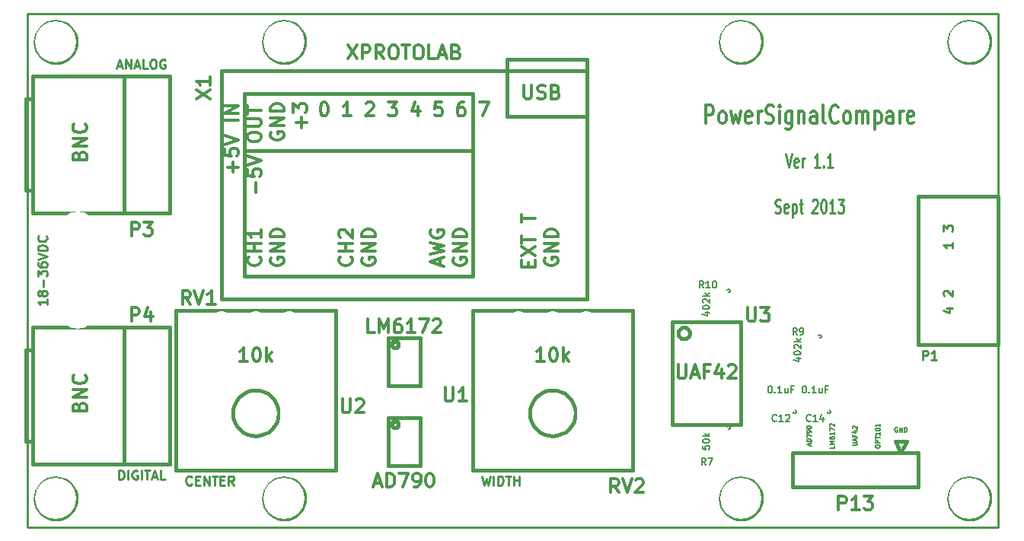
<source format=gto>
G04 (created by PCBNEW-RS274X (2011-05-25)-stable) date Thu 26 Sep 2013 02:57:48 PM EDT*
G01*
G70*
G90*
%MOIN*%
G04 Gerber Fmt 3.4, Leading zero omitted, Abs format*
%FSLAX34Y34*%
G04 APERTURE LIST*
%ADD10C,0.006000*%
%ADD11C,0.010000*%
%ADD12C,0.005000*%
%ADD13C,0.009000*%
%ADD14C,0.012000*%
%ADD15C,0.015000*%
%ADD16C,0.127000*%
%ADD17C,0.076000*%
%ADD18R,0.076000X0.076000*%
%ADD19C,0.180000*%
%ADD20C,0.080000*%
%ADD21R,0.080000X0.045000*%
%ADD22R,0.070000X0.120000*%
%ADD23R,0.120000X0.070000*%
%ADD24C,0.220000*%
%ADD25C,0.100000*%
%ADD26C,0.096000*%
%ADD27C,0.160000*%
%ADD28C,0.140000*%
%ADD29R,0.085000X0.085000*%
%ADD30C,0.085000*%
%ADD31C,0.093000*%
%ADD32R,0.093000X0.093000*%
%ADD33C,0.155000*%
G04 APERTURE END LIST*
G54D10*
G54D11*
X30362Y-43026D02*
X30362Y-43255D01*
X30362Y-43141D02*
X29962Y-43141D01*
X30019Y-43179D01*
X30057Y-43217D01*
X30076Y-43255D01*
X30133Y-42798D02*
X30114Y-42836D01*
X30095Y-42855D01*
X30057Y-42874D01*
X30038Y-42874D01*
X30000Y-42855D01*
X29981Y-42836D01*
X29962Y-42798D01*
X29962Y-42721D01*
X29981Y-42683D01*
X30000Y-42664D01*
X30038Y-42645D01*
X30057Y-42645D01*
X30095Y-42664D01*
X30114Y-42683D01*
X30133Y-42721D01*
X30133Y-42798D01*
X30152Y-42836D01*
X30171Y-42855D01*
X30210Y-42874D01*
X30286Y-42874D01*
X30324Y-42855D01*
X30343Y-42836D01*
X30362Y-42798D01*
X30362Y-42721D01*
X30343Y-42683D01*
X30324Y-42664D01*
X30286Y-42645D01*
X30210Y-42645D01*
X30171Y-42664D01*
X30152Y-42683D01*
X30133Y-42721D01*
X30210Y-42474D02*
X30210Y-42169D01*
X29962Y-42017D02*
X29962Y-41769D01*
X30114Y-41903D01*
X30114Y-41845D01*
X30133Y-41807D01*
X30152Y-41788D01*
X30190Y-41769D01*
X30286Y-41769D01*
X30324Y-41788D01*
X30343Y-41807D01*
X30362Y-41845D01*
X30362Y-41960D01*
X30343Y-41998D01*
X30324Y-42017D01*
X29962Y-41426D02*
X29962Y-41503D01*
X29981Y-41541D01*
X30000Y-41560D01*
X30057Y-41598D01*
X30133Y-41617D01*
X30286Y-41617D01*
X30324Y-41598D01*
X30343Y-41579D01*
X30362Y-41541D01*
X30362Y-41464D01*
X30343Y-41426D01*
X30324Y-41407D01*
X30286Y-41388D01*
X30190Y-41388D01*
X30152Y-41407D01*
X30133Y-41426D01*
X30114Y-41464D01*
X30114Y-41541D01*
X30133Y-41579D01*
X30152Y-41598D01*
X30190Y-41617D01*
X29962Y-41274D02*
X30362Y-41141D01*
X29962Y-41007D01*
X30362Y-40874D02*
X29962Y-40874D01*
X29962Y-40779D01*
X29981Y-40721D01*
X30019Y-40683D01*
X30057Y-40664D01*
X30133Y-40645D01*
X30190Y-40645D01*
X30267Y-40664D01*
X30305Y-40683D01*
X30343Y-40721D01*
X30362Y-40779D01*
X30362Y-40874D01*
X30324Y-40245D02*
X30343Y-40264D01*
X30362Y-40321D01*
X30362Y-40359D01*
X30343Y-40417D01*
X30305Y-40455D01*
X30267Y-40474D01*
X30190Y-40493D01*
X30133Y-40493D01*
X30057Y-40474D01*
X30019Y-40455D01*
X29981Y-40417D01*
X29962Y-40359D01*
X29962Y-40321D01*
X29981Y-40264D01*
X30000Y-40245D01*
X33519Y-50912D02*
X33519Y-50512D01*
X33614Y-50512D01*
X33672Y-50531D01*
X33710Y-50569D01*
X33729Y-50607D01*
X33748Y-50683D01*
X33748Y-50740D01*
X33729Y-50817D01*
X33710Y-50855D01*
X33672Y-50893D01*
X33614Y-50912D01*
X33519Y-50912D01*
X33919Y-50912D02*
X33919Y-50512D01*
X34319Y-50531D02*
X34281Y-50512D01*
X34224Y-50512D01*
X34166Y-50531D01*
X34128Y-50569D01*
X34109Y-50607D01*
X34090Y-50683D01*
X34090Y-50740D01*
X34109Y-50817D01*
X34128Y-50855D01*
X34166Y-50893D01*
X34224Y-50912D01*
X34262Y-50912D01*
X34319Y-50893D01*
X34338Y-50874D01*
X34338Y-50740D01*
X34262Y-50740D01*
X34509Y-50912D02*
X34509Y-50512D01*
X34642Y-50512D02*
X34871Y-50512D01*
X34756Y-50912D02*
X34756Y-50512D01*
X34985Y-50798D02*
X35176Y-50798D01*
X34947Y-50912D02*
X35080Y-50512D01*
X35214Y-50912D01*
X35538Y-50912D02*
X35347Y-50912D01*
X35347Y-50512D01*
X33452Y-32798D02*
X33643Y-32798D01*
X33414Y-32912D02*
X33547Y-32512D01*
X33681Y-32912D01*
X33814Y-32912D02*
X33814Y-32512D01*
X34043Y-32912D01*
X34043Y-32512D01*
X34214Y-32798D02*
X34405Y-32798D01*
X34176Y-32912D02*
X34309Y-32512D01*
X34443Y-32912D01*
X34767Y-32912D02*
X34576Y-32912D01*
X34576Y-32512D01*
X34976Y-32512D02*
X35053Y-32512D01*
X35091Y-32531D01*
X35129Y-32569D01*
X35148Y-32645D01*
X35148Y-32779D01*
X35129Y-32855D01*
X35091Y-32893D01*
X35053Y-32912D01*
X34976Y-32912D01*
X34938Y-32893D01*
X34900Y-32855D01*
X34881Y-32779D01*
X34881Y-32645D01*
X34900Y-32569D01*
X34938Y-32531D01*
X34976Y-32512D01*
X35529Y-32531D02*
X35491Y-32512D01*
X35434Y-32512D01*
X35376Y-32531D01*
X35338Y-32569D01*
X35319Y-32607D01*
X35300Y-32683D01*
X35300Y-32740D01*
X35319Y-32817D01*
X35338Y-32855D01*
X35376Y-32893D01*
X35434Y-32912D01*
X35472Y-32912D01*
X35529Y-32893D01*
X35548Y-32874D01*
X35548Y-32740D01*
X35472Y-32740D01*
X49422Y-50762D02*
X49517Y-51162D01*
X49594Y-50876D01*
X49670Y-51162D01*
X49765Y-50762D01*
X49917Y-51162D02*
X49917Y-50762D01*
X50107Y-51162D02*
X50107Y-50762D01*
X50202Y-50762D01*
X50260Y-50781D01*
X50298Y-50819D01*
X50317Y-50857D01*
X50336Y-50933D01*
X50336Y-50990D01*
X50317Y-51067D01*
X50298Y-51105D01*
X50260Y-51143D01*
X50202Y-51162D01*
X50107Y-51162D01*
X50450Y-50762D02*
X50679Y-50762D01*
X50564Y-51162D02*
X50564Y-50762D01*
X50812Y-51162D02*
X50812Y-50762D01*
X50812Y-50952D02*
X51041Y-50952D01*
X51041Y-51162D02*
X51041Y-50762D01*
X36700Y-51124D02*
X36681Y-51143D01*
X36624Y-51162D01*
X36586Y-51162D01*
X36528Y-51143D01*
X36490Y-51105D01*
X36471Y-51067D01*
X36452Y-50990D01*
X36452Y-50933D01*
X36471Y-50857D01*
X36490Y-50819D01*
X36528Y-50781D01*
X36586Y-50762D01*
X36624Y-50762D01*
X36681Y-50781D01*
X36700Y-50800D01*
X36871Y-50952D02*
X37005Y-50952D01*
X37062Y-51162D02*
X36871Y-51162D01*
X36871Y-50762D01*
X37062Y-50762D01*
X37233Y-51162D02*
X37233Y-50762D01*
X37462Y-51162D01*
X37462Y-50762D01*
X37595Y-50762D02*
X37824Y-50762D01*
X37709Y-51162D02*
X37709Y-50762D01*
X37957Y-50952D02*
X38091Y-50952D01*
X38148Y-51162D02*
X37957Y-51162D01*
X37957Y-50762D01*
X38148Y-50762D01*
X38548Y-51162D02*
X38414Y-50971D01*
X38319Y-51162D02*
X38319Y-50762D01*
X38472Y-50762D01*
X38510Y-50781D01*
X38529Y-50800D01*
X38548Y-50838D01*
X38548Y-50895D01*
X38529Y-50933D01*
X38510Y-50952D01*
X38472Y-50971D01*
X38319Y-50971D01*
G54D12*
X67597Y-48640D02*
X67578Y-48631D01*
X67550Y-48631D01*
X67521Y-48640D01*
X67502Y-48660D01*
X67493Y-48679D01*
X67483Y-48717D01*
X67483Y-48745D01*
X67493Y-48783D01*
X67502Y-48802D01*
X67521Y-48821D01*
X67550Y-48831D01*
X67569Y-48831D01*
X67597Y-48821D01*
X67607Y-48812D01*
X67607Y-48745D01*
X67569Y-48745D01*
X67693Y-48831D02*
X67693Y-48631D01*
X67807Y-48831D01*
X67807Y-48631D01*
X67903Y-48831D02*
X67903Y-48631D01*
X67950Y-48631D01*
X67979Y-48640D01*
X67998Y-48660D01*
X68007Y-48679D01*
X68017Y-48717D01*
X68017Y-48745D01*
X68007Y-48783D01*
X67998Y-48802D01*
X67979Y-48821D01*
X67950Y-48831D01*
X67903Y-48831D01*
X66631Y-49480D02*
X66631Y-49442D01*
X66640Y-49423D01*
X66660Y-49404D01*
X66698Y-49395D01*
X66764Y-49395D01*
X66802Y-49404D01*
X66821Y-49423D01*
X66831Y-49442D01*
X66831Y-49480D01*
X66821Y-49499D01*
X66802Y-49518D01*
X66764Y-49528D01*
X66698Y-49528D01*
X66660Y-49518D01*
X66640Y-49499D01*
X66631Y-49480D01*
X66831Y-49308D02*
X66631Y-49308D01*
X66631Y-49232D01*
X66640Y-49213D01*
X66650Y-49204D01*
X66669Y-49194D01*
X66698Y-49194D01*
X66717Y-49204D01*
X66726Y-49213D01*
X66736Y-49232D01*
X66736Y-49308D01*
X66631Y-49137D02*
X66631Y-49023D01*
X66831Y-49080D02*
X66631Y-49080D01*
X66831Y-48852D02*
X66831Y-48966D01*
X66831Y-48909D02*
X66631Y-48909D01*
X66660Y-48928D01*
X66679Y-48947D01*
X66688Y-48966D01*
X66631Y-48728D02*
X66631Y-48709D01*
X66640Y-48690D01*
X66650Y-48681D01*
X66669Y-48671D01*
X66707Y-48662D01*
X66755Y-48662D01*
X66793Y-48671D01*
X66812Y-48681D01*
X66821Y-48690D01*
X66831Y-48709D01*
X66831Y-48728D01*
X66821Y-48747D01*
X66812Y-48757D01*
X66793Y-48766D01*
X66755Y-48776D01*
X66707Y-48776D01*
X66669Y-48766D01*
X66650Y-48757D01*
X66640Y-48747D01*
X66631Y-48728D01*
X66831Y-48472D02*
X66831Y-48586D01*
X66831Y-48529D02*
X66631Y-48529D01*
X66660Y-48548D01*
X66679Y-48567D01*
X66688Y-48586D01*
X65631Y-49418D02*
X65793Y-49418D01*
X65812Y-49409D01*
X65821Y-49399D01*
X65831Y-49380D01*
X65831Y-49342D01*
X65821Y-49323D01*
X65812Y-49314D01*
X65793Y-49304D01*
X65631Y-49304D01*
X65774Y-49218D02*
X65774Y-49123D01*
X65831Y-49237D02*
X65631Y-49170D01*
X65831Y-49104D01*
X65726Y-48971D02*
X65726Y-49037D01*
X65831Y-49037D02*
X65631Y-49037D01*
X65631Y-48942D01*
X65698Y-48781D02*
X65831Y-48781D01*
X65621Y-48828D02*
X65764Y-48876D01*
X65764Y-48752D01*
X65650Y-48686D02*
X65640Y-48676D01*
X65631Y-48657D01*
X65631Y-48610D01*
X65640Y-48591D01*
X65650Y-48581D01*
X65669Y-48572D01*
X65688Y-48572D01*
X65717Y-48581D01*
X65831Y-48695D01*
X65831Y-48572D01*
X63774Y-49432D02*
X63774Y-49337D01*
X63831Y-49451D02*
X63631Y-49384D01*
X63831Y-49318D01*
X63831Y-49251D02*
X63631Y-49251D01*
X63631Y-49204D01*
X63640Y-49175D01*
X63660Y-49156D01*
X63679Y-49147D01*
X63717Y-49137D01*
X63745Y-49137D01*
X63783Y-49147D01*
X63802Y-49156D01*
X63821Y-49175D01*
X63831Y-49204D01*
X63831Y-49251D01*
X63631Y-49070D02*
X63631Y-48937D01*
X63831Y-49023D01*
X63831Y-48852D02*
X63831Y-48814D01*
X63821Y-48795D01*
X63812Y-48785D01*
X63783Y-48766D01*
X63745Y-48757D01*
X63669Y-48757D01*
X63650Y-48766D01*
X63640Y-48776D01*
X63631Y-48795D01*
X63631Y-48833D01*
X63640Y-48852D01*
X63650Y-48861D01*
X63669Y-48871D01*
X63717Y-48871D01*
X63736Y-48861D01*
X63745Y-48852D01*
X63755Y-48833D01*
X63755Y-48795D01*
X63745Y-48776D01*
X63736Y-48766D01*
X63717Y-48757D01*
X63631Y-48633D02*
X63631Y-48614D01*
X63640Y-48595D01*
X63650Y-48586D01*
X63669Y-48576D01*
X63707Y-48567D01*
X63755Y-48567D01*
X63793Y-48576D01*
X63812Y-48586D01*
X63821Y-48595D01*
X63831Y-48614D01*
X63831Y-48633D01*
X63821Y-48652D01*
X63812Y-48662D01*
X63793Y-48671D01*
X63755Y-48681D01*
X63707Y-48681D01*
X63669Y-48671D01*
X63650Y-48662D01*
X63640Y-48652D01*
X63631Y-48633D01*
X64831Y-49432D02*
X64831Y-49527D01*
X64631Y-49527D01*
X64831Y-49365D02*
X64631Y-49365D01*
X64774Y-49299D01*
X64631Y-49232D01*
X64831Y-49232D01*
X64631Y-49051D02*
X64631Y-49089D01*
X64640Y-49108D01*
X64650Y-49117D01*
X64679Y-49136D01*
X64717Y-49146D01*
X64793Y-49146D01*
X64812Y-49136D01*
X64821Y-49127D01*
X64831Y-49108D01*
X64831Y-49070D01*
X64821Y-49051D01*
X64812Y-49041D01*
X64793Y-49032D01*
X64745Y-49032D01*
X64726Y-49041D01*
X64717Y-49051D01*
X64707Y-49070D01*
X64707Y-49108D01*
X64717Y-49127D01*
X64726Y-49136D01*
X64745Y-49146D01*
X64831Y-48842D02*
X64831Y-48956D01*
X64831Y-48899D02*
X64631Y-48899D01*
X64660Y-48918D01*
X64679Y-48937D01*
X64688Y-48956D01*
X64631Y-48775D02*
X64631Y-48642D01*
X64831Y-48728D01*
X64650Y-48576D02*
X64640Y-48566D01*
X64631Y-48547D01*
X64631Y-48500D01*
X64640Y-48481D01*
X64650Y-48471D01*
X64669Y-48462D01*
X64688Y-48462D01*
X64717Y-48471D01*
X64831Y-48585D01*
X64831Y-48462D01*
G54D13*
X29500Y-30500D02*
X29500Y-53000D01*
X72000Y-30500D02*
X29500Y-30500D01*
X72000Y-53000D02*
X72000Y-30500D01*
X29500Y-53000D02*
X72000Y-53000D01*
G54D11*
X62254Y-39214D02*
X62311Y-39243D01*
X62407Y-39243D01*
X62445Y-39214D01*
X62464Y-39186D01*
X62483Y-39129D01*
X62483Y-39071D01*
X62464Y-39014D01*
X62445Y-38986D01*
X62407Y-38957D01*
X62330Y-38929D01*
X62292Y-38900D01*
X62273Y-38871D01*
X62254Y-38814D01*
X62254Y-38757D01*
X62273Y-38700D01*
X62292Y-38671D01*
X62330Y-38643D01*
X62426Y-38643D01*
X62483Y-38671D01*
X62807Y-39214D02*
X62769Y-39243D01*
X62692Y-39243D01*
X62654Y-39214D01*
X62635Y-39157D01*
X62635Y-38929D01*
X62654Y-38871D01*
X62692Y-38843D01*
X62769Y-38843D01*
X62807Y-38871D01*
X62826Y-38929D01*
X62826Y-38986D01*
X62635Y-39043D01*
X62997Y-38843D02*
X62997Y-39443D01*
X62997Y-38871D02*
X63035Y-38843D01*
X63112Y-38843D01*
X63150Y-38871D01*
X63169Y-38900D01*
X63188Y-38957D01*
X63188Y-39129D01*
X63169Y-39186D01*
X63150Y-39214D01*
X63112Y-39243D01*
X63035Y-39243D01*
X62997Y-39214D01*
X63302Y-38843D02*
X63454Y-38843D01*
X63359Y-38643D02*
X63359Y-39157D01*
X63378Y-39214D01*
X63416Y-39243D01*
X63454Y-39243D01*
X63874Y-38700D02*
X63893Y-38671D01*
X63931Y-38643D01*
X64027Y-38643D01*
X64065Y-38671D01*
X64084Y-38700D01*
X64103Y-38757D01*
X64103Y-38814D01*
X64084Y-38900D01*
X63855Y-39243D01*
X64103Y-39243D01*
X64350Y-38643D02*
X64389Y-38643D01*
X64427Y-38671D01*
X64446Y-38700D01*
X64465Y-38757D01*
X64484Y-38871D01*
X64484Y-39014D01*
X64465Y-39129D01*
X64446Y-39186D01*
X64427Y-39214D01*
X64389Y-39243D01*
X64350Y-39243D01*
X64312Y-39214D01*
X64293Y-39186D01*
X64274Y-39129D01*
X64255Y-39014D01*
X64255Y-38871D01*
X64274Y-38757D01*
X64293Y-38700D01*
X64312Y-38671D01*
X64350Y-38643D01*
X64865Y-39243D02*
X64636Y-39243D01*
X64750Y-39243D02*
X64750Y-38643D01*
X64712Y-38729D01*
X64674Y-38786D01*
X64636Y-38814D01*
X64998Y-38643D02*
X65246Y-38643D01*
X65112Y-38871D01*
X65170Y-38871D01*
X65208Y-38900D01*
X65227Y-38929D01*
X65246Y-38986D01*
X65246Y-39129D01*
X65227Y-39186D01*
X65208Y-39214D01*
X65170Y-39243D01*
X65055Y-39243D01*
X65017Y-39214D01*
X64998Y-39186D01*
X62693Y-36643D02*
X62826Y-37243D01*
X62960Y-36643D01*
X63246Y-37214D02*
X63208Y-37243D01*
X63131Y-37243D01*
X63093Y-37214D01*
X63074Y-37157D01*
X63074Y-36929D01*
X63093Y-36871D01*
X63131Y-36843D01*
X63208Y-36843D01*
X63246Y-36871D01*
X63265Y-36929D01*
X63265Y-36986D01*
X63074Y-37043D01*
X63436Y-37243D02*
X63436Y-36843D01*
X63436Y-36957D02*
X63455Y-36900D01*
X63474Y-36871D01*
X63512Y-36843D01*
X63551Y-36843D01*
X64199Y-37243D02*
X63970Y-37243D01*
X64084Y-37243D02*
X64084Y-36643D01*
X64046Y-36729D01*
X64008Y-36786D01*
X63970Y-36814D01*
X64370Y-37186D02*
X64389Y-37214D01*
X64370Y-37243D01*
X64351Y-37214D01*
X64370Y-37186D01*
X64370Y-37243D01*
X64770Y-37243D02*
X64541Y-37243D01*
X64655Y-37243D02*
X64655Y-36643D01*
X64617Y-36729D01*
X64579Y-36786D01*
X64541Y-36814D01*
G54D14*
X59208Y-35324D02*
X59208Y-34524D01*
X59436Y-34524D01*
X59494Y-34562D01*
X59522Y-34600D01*
X59551Y-34676D01*
X59551Y-34790D01*
X59522Y-34867D01*
X59494Y-34905D01*
X59436Y-34943D01*
X59208Y-34943D01*
X59894Y-35324D02*
X59836Y-35286D01*
X59808Y-35248D01*
X59779Y-35171D01*
X59779Y-34943D01*
X59808Y-34867D01*
X59836Y-34829D01*
X59894Y-34790D01*
X59979Y-34790D01*
X60036Y-34829D01*
X60065Y-34867D01*
X60094Y-34943D01*
X60094Y-35171D01*
X60065Y-35248D01*
X60036Y-35286D01*
X59979Y-35324D01*
X59894Y-35324D01*
X60294Y-34790D02*
X60408Y-35324D01*
X60522Y-34943D01*
X60637Y-35324D01*
X60751Y-34790D01*
X61208Y-35286D02*
X61151Y-35324D01*
X61037Y-35324D01*
X60980Y-35286D01*
X60951Y-35210D01*
X60951Y-34905D01*
X60980Y-34829D01*
X61037Y-34790D01*
X61151Y-34790D01*
X61208Y-34829D01*
X61237Y-34905D01*
X61237Y-34981D01*
X60951Y-35057D01*
X61494Y-35324D02*
X61494Y-34790D01*
X61494Y-34943D02*
X61522Y-34867D01*
X61551Y-34829D01*
X61608Y-34790D01*
X61665Y-34790D01*
X61836Y-35286D02*
X61922Y-35324D01*
X62065Y-35324D01*
X62122Y-35286D01*
X62151Y-35248D01*
X62179Y-35171D01*
X62179Y-35095D01*
X62151Y-35019D01*
X62122Y-34981D01*
X62065Y-34943D01*
X61951Y-34905D01*
X61893Y-34867D01*
X61865Y-34829D01*
X61836Y-34752D01*
X61836Y-34676D01*
X61865Y-34600D01*
X61893Y-34562D01*
X61951Y-34524D01*
X62093Y-34524D01*
X62179Y-34562D01*
X62436Y-35324D02*
X62436Y-34790D01*
X62436Y-34524D02*
X62407Y-34562D01*
X62436Y-34600D01*
X62464Y-34562D01*
X62436Y-34524D01*
X62436Y-34600D01*
X62979Y-34790D02*
X62979Y-35438D01*
X62950Y-35514D01*
X62922Y-35552D01*
X62865Y-35590D01*
X62779Y-35590D01*
X62722Y-35552D01*
X62979Y-35286D02*
X62922Y-35324D01*
X62808Y-35324D01*
X62750Y-35286D01*
X62722Y-35248D01*
X62693Y-35171D01*
X62693Y-34943D01*
X62722Y-34867D01*
X62750Y-34829D01*
X62808Y-34790D01*
X62922Y-34790D01*
X62979Y-34829D01*
X63265Y-34790D02*
X63265Y-35324D01*
X63265Y-34867D02*
X63293Y-34829D01*
X63351Y-34790D01*
X63436Y-34790D01*
X63493Y-34829D01*
X63522Y-34905D01*
X63522Y-35324D01*
X64065Y-35324D02*
X64065Y-34905D01*
X64036Y-34829D01*
X63979Y-34790D01*
X63865Y-34790D01*
X63808Y-34829D01*
X64065Y-35286D02*
X64008Y-35324D01*
X63865Y-35324D01*
X63808Y-35286D01*
X63779Y-35210D01*
X63779Y-35133D01*
X63808Y-35057D01*
X63865Y-35019D01*
X64008Y-35019D01*
X64065Y-34981D01*
X64437Y-35324D02*
X64379Y-35286D01*
X64351Y-35210D01*
X64351Y-34524D01*
X65008Y-35248D02*
X64979Y-35286D01*
X64893Y-35324D01*
X64836Y-35324D01*
X64751Y-35286D01*
X64693Y-35210D01*
X64665Y-35133D01*
X64636Y-34981D01*
X64636Y-34867D01*
X64665Y-34714D01*
X64693Y-34638D01*
X64751Y-34562D01*
X64836Y-34524D01*
X64893Y-34524D01*
X64979Y-34562D01*
X65008Y-34600D01*
X65351Y-35324D02*
X65293Y-35286D01*
X65265Y-35248D01*
X65236Y-35171D01*
X65236Y-34943D01*
X65265Y-34867D01*
X65293Y-34829D01*
X65351Y-34790D01*
X65436Y-34790D01*
X65493Y-34829D01*
X65522Y-34867D01*
X65551Y-34943D01*
X65551Y-35171D01*
X65522Y-35248D01*
X65493Y-35286D01*
X65436Y-35324D01*
X65351Y-35324D01*
X65808Y-35324D02*
X65808Y-34790D01*
X65808Y-34867D02*
X65836Y-34829D01*
X65894Y-34790D01*
X65979Y-34790D01*
X66036Y-34829D01*
X66065Y-34905D01*
X66065Y-35324D01*
X66065Y-34905D02*
X66094Y-34829D01*
X66151Y-34790D01*
X66236Y-34790D01*
X66294Y-34829D01*
X66322Y-34905D01*
X66322Y-35324D01*
X66608Y-34790D02*
X66608Y-35590D01*
X66608Y-34829D02*
X66665Y-34790D01*
X66779Y-34790D01*
X66836Y-34829D01*
X66865Y-34867D01*
X66894Y-34943D01*
X66894Y-35171D01*
X66865Y-35248D01*
X66836Y-35286D01*
X66779Y-35324D01*
X66665Y-35324D01*
X66608Y-35286D01*
X67408Y-35324D02*
X67408Y-34905D01*
X67379Y-34829D01*
X67322Y-34790D01*
X67208Y-34790D01*
X67151Y-34829D01*
X67408Y-35286D02*
X67351Y-35324D01*
X67208Y-35324D01*
X67151Y-35286D01*
X67122Y-35210D01*
X67122Y-35133D01*
X67151Y-35057D01*
X67208Y-35019D01*
X67351Y-35019D01*
X67408Y-34981D01*
X67694Y-35324D02*
X67694Y-34790D01*
X67694Y-34943D02*
X67722Y-34867D01*
X67751Y-34829D01*
X67808Y-34790D01*
X67865Y-34790D01*
X68293Y-35286D02*
X68236Y-35324D01*
X68122Y-35324D01*
X68065Y-35286D01*
X68036Y-35210D01*
X68036Y-34905D01*
X68065Y-34829D01*
X68122Y-34790D01*
X68236Y-34790D01*
X68293Y-34829D01*
X68322Y-34905D01*
X68322Y-34981D01*
X68036Y-35057D01*
G54D15*
X72000Y-38500D02*
X68500Y-38500D01*
X68500Y-38500D02*
X68500Y-45000D01*
X68500Y-45000D02*
X72000Y-45000D01*
X72000Y-38500D02*
X72000Y-45000D01*
X31650Y-51750D02*
X31632Y-51924D01*
X31582Y-52092D01*
X31499Y-52248D01*
X31388Y-52384D01*
X31253Y-52496D01*
X31098Y-52579D01*
X30930Y-52631D01*
X30756Y-52649D01*
X30582Y-52634D01*
X30413Y-52584D01*
X30258Y-52503D01*
X30121Y-52393D01*
X30008Y-52258D01*
X29923Y-52104D01*
X29870Y-51937D01*
X29851Y-51762D01*
X29865Y-51588D01*
X29914Y-51419D01*
X29994Y-51263D01*
X30103Y-51125D01*
X30237Y-51011D01*
X30390Y-50926D01*
X30557Y-50871D01*
X30732Y-50851D01*
X30906Y-50864D01*
X31075Y-50911D01*
X31232Y-50991D01*
X31370Y-51099D01*
X31485Y-51232D01*
X31572Y-51384D01*
X31627Y-51551D01*
X31649Y-51725D01*
X31650Y-51750D01*
X41650Y-51750D02*
X41632Y-51924D01*
X41582Y-52092D01*
X41499Y-52248D01*
X41388Y-52384D01*
X41253Y-52496D01*
X41098Y-52579D01*
X40930Y-52631D01*
X40756Y-52649D01*
X40582Y-52634D01*
X40413Y-52584D01*
X40258Y-52503D01*
X40121Y-52393D01*
X40008Y-52258D01*
X39923Y-52104D01*
X39870Y-51937D01*
X39851Y-51762D01*
X39865Y-51588D01*
X39914Y-51419D01*
X39994Y-51263D01*
X40103Y-51125D01*
X40237Y-51011D01*
X40390Y-50926D01*
X40557Y-50871D01*
X40732Y-50851D01*
X40906Y-50864D01*
X41075Y-50911D01*
X41232Y-50991D01*
X41370Y-51099D01*
X41485Y-51232D01*
X41572Y-51384D01*
X41627Y-51551D01*
X41649Y-51725D01*
X41650Y-51750D01*
X31650Y-31750D02*
X31632Y-31924D01*
X31582Y-32092D01*
X31499Y-32248D01*
X31388Y-32384D01*
X31253Y-32496D01*
X31098Y-32579D01*
X30930Y-32631D01*
X30756Y-32649D01*
X30582Y-32634D01*
X30413Y-32584D01*
X30258Y-32503D01*
X30121Y-32393D01*
X30008Y-32258D01*
X29923Y-32104D01*
X29870Y-31937D01*
X29851Y-31762D01*
X29865Y-31588D01*
X29914Y-31419D01*
X29994Y-31263D01*
X30103Y-31125D01*
X30237Y-31011D01*
X30390Y-30926D01*
X30557Y-30871D01*
X30732Y-30851D01*
X30906Y-30864D01*
X31075Y-30911D01*
X31232Y-30991D01*
X31370Y-31099D01*
X31485Y-31232D01*
X31572Y-31384D01*
X31627Y-31551D01*
X31649Y-31725D01*
X31650Y-31750D01*
X61650Y-51750D02*
X61632Y-51924D01*
X61582Y-52092D01*
X61499Y-52248D01*
X61388Y-52384D01*
X61253Y-52496D01*
X61098Y-52579D01*
X60930Y-52631D01*
X60756Y-52649D01*
X60582Y-52634D01*
X60413Y-52584D01*
X60258Y-52503D01*
X60121Y-52393D01*
X60008Y-52258D01*
X59923Y-52104D01*
X59870Y-51937D01*
X59851Y-51762D01*
X59865Y-51588D01*
X59914Y-51419D01*
X59994Y-51263D01*
X60103Y-51125D01*
X60237Y-51011D01*
X60390Y-50926D01*
X60557Y-50871D01*
X60732Y-50851D01*
X60906Y-50864D01*
X61075Y-50911D01*
X61232Y-50991D01*
X61370Y-51099D01*
X61485Y-51232D01*
X61572Y-51384D01*
X61627Y-51551D01*
X61649Y-51725D01*
X61650Y-51750D01*
X71650Y-31750D02*
X71632Y-31924D01*
X71582Y-32092D01*
X71499Y-32248D01*
X71388Y-32384D01*
X71253Y-32496D01*
X71098Y-32579D01*
X70930Y-32631D01*
X70756Y-32649D01*
X70582Y-32634D01*
X70413Y-32584D01*
X70258Y-32503D01*
X70121Y-32393D01*
X70008Y-32258D01*
X69923Y-32104D01*
X69870Y-31937D01*
X69851Y-31762D01*
X69865Y-31588D01*
X69914Y-31419D01*
X69994Y-31263D01*
X70103Y-31125D01*
X70237Y-31011D01*
X70390Y-30926D01*
X70557Y-30871D01*
X70732Y-30851D01*
X70906Y-30864D01*
X71075Y-30911D01*
X71232Y-30991D01*
X71370Y-31099D01*
X71485Y-31232D01*
X71572Y-31384D01*
X71627Y-31551D01*
X71649Y-31725D01*
X71650Y-31750D01*
X71650Y-51750D02*
X71632Y-51924D01*
X71582Y-52092D01*
X71499Y-52248D01*
X71388Y-52384D01*
X71253Y-52496D01*
X71098Y-52579D01*
X70930Y-52631D01*
X70756Y-52649D01*
X70582Y-52634D01*
X70413Y-52584D01*
X70258Y-52503D01*
X70121Y-52393D01*
X70008Y-52258D01*
X69923Y-52104D01*
X69870Y-51937D01*
X69851Y-51762D01*
X69865Y-51588D01*
X69914Y-51419D01*
X69994Y-51263D01*
X70103Y-51125D01*
X70237Y-51011D01*
X70390Y-50926D01*
X70557Y-50871D01*
X70732Y-50851D01*
X70906Y-50864D01*
X71075Y-50911D01*
X71232Y-50991D01*
X71370Y-51099D01*
X71485Y-51232D01*
X71572Y-51384D01*
X71627Y-51551D01*
X71649Y-51725D01*
X71650Y-51750D01*
X49000Y-36500D02*
X39000Y-36500D01*
X49000Y-34000D02*
X39000Y-34000D01*
X39000Y-34000D02*
X39000Y-42000D01*
X39000Y-42000D02*
X49000Y-42000D01*
X49000Y-42000D02*
X49000Y-34000D01*
X50500Y-32500D02*
X54000Y-32500D01*
X54000Y-32500D02*
X54000Y-33000D01*
X50500Y-32500D02*
X50500Y-35000D01*
X50500Y-35000D02*
X54000Y-35000D01*
X38000Y-33000D02*
X38000Y-43000D01*
X38000Y-43000D02*
X54000Y-43000D01*
X54000Y-43000D02*
X54000Y-33000D01*
X54000Y-33000D02*
X38000Y-33000D01*
X58500Y-44500D02*
X58495Y-44548D01*
X58481Y-44595D01*
X58458Y-44638D01*
X58427Y-44676D01*
X58389Y-44707D01*
X58346Y-44730D01*
X58300Y-44744D01*
X58251Y-44749D01*
X58204Y-44745D01*
X58157Y-44731D01*
X58114Y-44709D01*
X58076Y-44678D01*
X58044Y-44641D01*
X58021Y-44598D01*
X58006Y-44551D01*
X58001Y-44503D01*
X58005Y-44455D01*
X58018Y-44408D01*
X58040Y-44365D01*
X58071Y-44327D01*
X58108Y-44295D01*
X58150Y-44271D01*
X58197Y-44256D01*
X58245Y-44251D01*
X58293Y-44254D01*
X58340Y-44267D01*
X58383Y-44289D01*
X58422Y-44319D01*
X58454Y-44356D01*
X58478Y-44399D01*
X58493Y-44445D01*
X58499Y-44494D01*
X58500Y-44500D01*
X57750Y-44000D02*
X57750Y-48500D01*
X57750Y-48500D02*
X60750Y-48500D01*
X60750Y-48500D02*
X60750Y-44000D01*
X60750Y-44000D02*
X57750Y-44000D01*
G54D12*
X60270Y-42650D02*
X60268Y-42663D01*
X60264Y-42676D01*
X60258Y-42688D01*
X60249Y-42699D01*
X60239Y-42708D01*
X60227Y-42714D01*
X60214Y-42718D01*
X60200Y-42719D01*
X60187Y-42718D01*
X60174Y-42714D01*
X60162Y-42708D01*
X60152Y-42700D01*
X60143Y-42689D01*
X60136Y-42677D01*
X60132Y-42664D01*
X60131Y-42650D01*
X60132Y-42638D01*
X60135Y-42625D01*
X60142Y-42613D01*
X60150Y-42602D01*
X60161Y-42593D01*
X60172Y-42586D01*
X60185Y-42582D01*
X60199Y-42581D01*
X60212Y-42582D01*
X60225Y-42585D01*
X60237Y-42591D01*
X60248Y-42600D01*
X60257Y-42610D01*
X60263Y-42622D01*
X60268Y-42635D01*
X60269Y-42649D01*
X60270Y-42650D01*
X59550Y-43800D02*
X60150Y-43800D01*
X60150Y-43800D02*
X60150Y-42700D01*
X60150Y-42700D02*
X59550Y-42700D01*
X58950Y-42700D02*
X58350Y-42700D01*
X58350Y-42700D02*
X58350Y-43800D01*
X58350Y-43800D02*
X58950Y-43800D01*
X64270Y-44650D02*
X64268Y-44663D01*
X64264Y-44676D01*
X64258Y-44688D01*
X64249Y-44699D01*
X64239Y-44708D01*
X64227Y-44714D01*
X64214Y-44718D01*
X64200Y-44719D01*
X64187Y-44718D01*
X64174Y-44714D01*
X64162Y-44708D01*
X64152Y-44700D01*
X64143Y-44689D01*
X64136Y-44677D01*
X64132Y-44664D01*
X64131Y-44650D01*
X64132Y-44638D01*
X64135Y-44625D01*
X64142Y-44613D01*
X64150Y-44602D01*
X64161Y-44593D01*
X64172Y-44586D01*
X64185Y-44582D01*
X64199Y-44581D01*
X64212Y-44582D01*
X64225Y-44585D01*
X64237Y-44591D01*
X64248Y-44600D01*
X64257Y-44610D01*
X64263Y-44622D01*
X64268Y-44635D01*
X64269Y-44649D01*
X64270Y-44650D01*
X63550Y-45800D02*
X64150Y-45800D01*
X64150Y-45800D02*
X64150Y-44700D01*
X64150Y-44700D02*
X63550Y-44700D01*
X62950Y-44700D02*
X62350Y-44700D01*
X62350Y-44700D02*
X62350Y-45800D01*
X62350Y-45800D02*
X62950Y-45800D01*
X60270Y-48650D02*
X60268Y-48663D01*
X60264Y-48676D01*
X60258Y-48688D01*
X60249Y-48699D01*
X60239Y-48708D01*
X60227Y-48714D01*
X60214Y-48718D01*
X60200Y-48719D01*
X60187Y-48718D01*
X60174Y-48714D01*
X60162Y-48708D01*
X60152Y-48700D01*
X60143Y-48689D01*
X60136Y-48677D01*
X60132Y-48664D01*
X60131Y-48650D01*
X60132Y-48638D01*
X60135Y-48625D01*
X60142Y-48613D01*
X60150Y-48602D01*
X60161Y-48593D01*
X60172Y-48586D01*
X60185Y-48582D01*
X60199Y-48581D01*
X60212Y-48582D01*
X60225Y-48585D01*
X60237Y-48591D01*
X60248Y-48600D01*
X60257Y-48610D01*
X60263Y-48622D01*
X60268Y-48635D01*
X60269Y-48649D01*
X60270Y-48650D01*
X59550Y-49800D02*
X60150Y-49800D01*
X60150Y-49800D02*
X60150Y-48700D01*
X60150Y-48700D02*
X59550Y-48700D01*
X58950Y-48700D02*
X58350Y-48700D01*
X58350Y-48700D02*
X58350Y-49800D01*
X58350Y-49800D02*
X58950Y-49800D01*
X64670Y-47950D02*
X64668Y-47963D01*
X64664Y-47976D01*
X64658Y-47988D01*
X64649Y-47999D01*
X64639Y-48008D01*
X64627Y-48014D01*
X64614Y-48018D01*
X64600Y-48019D01*
X64587Y-48018D01*
X64574Y-48014D01*
X64562Y-48008D01*
X64552Y-48000D01*
X64543Y-47989D01*
X64536Y-47977D01*
X64532Y-47964D01*
X64531Y-47950D01*
X64532Y-47938D01*
X64535Y-47925D01*
X64542Y-47913D01*
X64550Y-47902D01*
X64561Y-47893D01*
X64572Y-47886D01*
X64585Y-47882D01*
X64599Y-47881D01*
X64612Y-47882D01*
X64625Y-47885D01*
X64637Y-47891D01*
X64648Y-47900D01*
X64657Y-47910D01*
X64663Y-47922D01*
X64668Y-47935D01*
X64669Y-47949D01*
X64670Y-47950D01*
X63450Y-47300D02*
X63450Y-47900D01*
X63450Y-47900D02*
X64550Y-47900D01*
X64550Y-47900D02*
X64550Y-47300D01*
X64550Y-46700D02*
X64550Y-46100D01*
X64550Y-46100D02*
X63450Y-46100D01*
X63450Y-46100D02*
X63450Y-46700D01*
X63170Y-47950D02*
X63168Y-47963D01*
X63164Y-47976D01*
X63158Y-47988D01*
X63149Y-47999D01*
X63139Y-48008D01*
X63127Y-48014D01*
X63114Y-48018D01*
X63100Y-48019D01*
X63087Y-48018D01*
X63074Y-48014D01*
X63062Y-48008D01*
X63052Y-48000D01*
X63043Y-47989D01*
X63036Y-47977D01*
X63032Y-47964D01*
X63031Y-47950D01*
X63032Y-47938D01*
X63035Y-47925D01*
X63042Y-47913D01*
X63050Y-47902D01*
X63061Y-47893D01*
X63072Y-47886D01*
X63085Y-47882D01*
X63099Y-47881D01*
X63112Y-47882D01*
X63125Y-47885D01*
X63137Y-47891D01*
X63148Y-47900D01*
X63157Y-47910D01*
X63163Y-47922D01*
X63168Y-47935D01*
X63169Y-47949D01*
X63170Y-47950D01*
X61950Y-47300D02*
X61950Y-47900D01*
X61950Y-47900D02*
X63050Y-47900D01*
X63050Y-47900D02*
X63050Y-47300D01*
X63050Y-46700D02*
X63050Y-46100D01*
X63050Y-46100D02*
X61950Y-46100D01*
X61950Y-46100D02*
X61950Y-46700D01*
G54D15*
X40500Y-48000D02*
X40480Y-48194D01*
X40424Y-48381D01*
X40332Y-48553D01*
X40209Y-48704D01*
X40059Y-48829D01*
X39887Y-48921D01*
X39701Y-48979D01*
X39506Y-48999D01*
X39313Y-48982D01*
X39126Y-48927D01*
X38953Y-48836D01*
X38801Y-48714D01*
X38675Y-48564D01*
X38581Y-48393D01*
X38522Y-48207D01*
X38501Y-48013D01*
X38517Y-47820D01*
X38571Y-47632D01*
X38660Y-47459D01*
X38781Y-47306D01*
X38930Y-47179D01*
X39100Y-47084D01*
X39286Y-47024D01*
X39480Y-47001D01*
X39673Y-47016D01*
X39861Y-47068D01*
X40035Y-47156D01*
X40189Y-47276D01*
X40317Y-47424D01*
X40413Y-47594D01*
X40475Y-47779D01*
X40499Y-47973D01*
X40500Y-48000D01*
X43000Y-50500D02*
X36000Y-50500D01*
X36000Y-50500D02*
X36000Y-43500D01*
X36000Y-43500D02*
X43000Y-43500D01*
X43000Y-43500D02*
X43000Y-50500D01*
X53500Y-48000D02*
X53480Y-48194D01*
X53424Y-48381D01*
X53332Y-48553D01*
X53209Y-48704D01*
X53059Y-48829D01*
X52887Y-48921D01*
X52701Y-48979D01*
X52506Y-48999D01*
X52313Y-48982D01*
X52126Y-48927D01*
X51953Y-48836D01*
X51801Y-48714D01*
X51675Y-48564D01*
X51581Y-48393D01*
X51522Y-48207D01*
X51501Y-48013D01*
X51517Y-47820D01*
X51571Y-47632D01*
X51660Y-47459D01*
X51781Y-47306D01*
X51930Y-47179D01*
X52100Y-47084D01*
X52286Y-47024D01*
X52480Y-47001D01*
X52673Y-47016D01*
X52861Y-47068D01*
X53035Y-47156D01*
X53189Y-47276D01*
X53317Y-47424D01*
X53413Y-47594D01*
X53475Y-47779D01*
X53499Y-47973D01*
X53500Y-48000D01*
X56000Y-50500D02*
X49000Y-50500D01*
X49000Y-50500D02*
X49000Y-43500D01*
X49000Y-43500D02*
X56000Y-43500D01*
X56000Y-43500D02*
X56000Y-50500D01*
X41650Y-31750D02*
X41632Y-31924D01*
X41582Y-32092D01*
X41499Y-32248D01*
X41388Y-32384D01*
X41253Y-32496D01*
X41098Y-32579D01*
X40930Y-32631D01*
X40756Y-32649D01*
X40582Y-32634D01*
X40413Y-32584D01*
X40258Y-32503D01*
X40121Y-32393D01*
X40008Y-32258D01*
X39923Y-32104D01*
X39870Y-31937D01*
X39851Y-31762D01*
X39865Y-31588D01*
X39914Y-31419D01*
X39994Y-31263D01*
X40103Y-31125D01*
X40237Y-31011D01*
X40390Y-30926D01*
X40557Y-30871D01*
X40732Y-30851D01*
X40906Y-30864D01*
X41075Y-30911D01*
X41232Y-30991D01*
X41370Y-31099D01*
X41485Y-31232D01*
X41572Y-31384D01*
X41627Y-31551D01*
X41649Y-31725D01*
X41650Y-31750D01*
X29750Y-33250D02*
X35750Y-33250D01*
X29750Y-39250D02*
X35750Y-39250D01*
X29750Y-38250D02*
X29450Y-38250D01*
X29450Y-38250D02*
X29450Y-34250D01*
X29450Y-34250D02*
X29750Y-34250D01*
X33750Y-39250D02*
X33750Y-33250D01*
X29750Y-39250D02*
X29750Y-33250D01*
X35750Y-39250D02*
X35750Y-33250D01*
X29750Y-44250D02*
X35750Y-44250D01*
X29750Y-50250D02*
X35750Y-50250D01*
X29750Y-49250D02*
X29450Y-49250D01*
X29450Y-49250D02*
X29450Y-45250D01*
X29450Y-45250D02*
X29750Y-45250D01*
X33750Y-50250D02*
X33750Y-44250D01*
X29750Y-50250D02*
X29750Y-44250D01*
X35750Y-50250D02*
X35750Y-44250D01*
X63000Y-51250D02*
X68500Y-51250D01*
X63000Y-49750D02*
X68500Y-49750D01*
X67500Y-49250D02*
X67750Y-49750D01*
X67750Y-49750D02*
X68000Y-49250D01*
X68000Y-49250D02*
X67500Y-49250D01*
X63000Y-49750D02*
X63000Y-51250D01*
X68500Y-51250D02*
X68500Y-49750D01*
X61650Y-31750D02*
X61632Y-31924D01*
X61582Y-32092D01*
X61499Y-32248D01*
X61388Y-32384D01*
X61253Y-32496D01*
X61098Y-32579D01*
X60930Y-32631D01*
X60756Y-32649D01*
X60582Y-32634D01*
X60413Y-32584D01*
X60258Y-32503D01*
X60121Y-32393D01*
X60008Y-32258D01*
X59923Y-32104D01*
X59870Y-31937D01*
X59851Y-31762D01*
X59865Y-31588D01*
X59914Y-31419D01*
X59994Y-31263D01*
X60103Y-31125D01*
X60237Y-31011D01*
X60390Y-30926D01*
X60557Y-30871D01*
X60732Y-30851D01*
X60906Y-30864D01*
X61075Y-30911D01*
X61232Y-30991D01*
X61370Y-31099D01*
X61485Y-31232D01*
X61572Y-31384D01*
X61627Y-31551D01*
X61649Y-31725D01*
X61650Y-31750D01*
X45750Y-45000D02*
X45747Y-45029D01*
X45738Y-45057D01*
X45724Y-45083D01*
X45706Y-45105D01*
X45683Y-45124D01*
X45658Y-45138D01*
X45630Y-45146D01*
X45601Y-45149D01*
X45572Y-45147D01*
X45544Y-45139D01*
X45518Y-45125D01*
X45496Y-45107D01*
X45477Y-45084D01*
X45463Y-45059D01*
X45454Y-45031D01*
X45451Y-45002D01*
X45453Y-44973D01*
X45461Y-44945D01*
X45474Y-44919D01*
X45493Y-44896D01*
X45515Y-44877D01*
X45540Y-44863D01*
X45568Y-44854D01*
X45597Y-44851D01*
X45626Y-44853D01*
X45654Y-44861D01*
X45680Y-44874D01*
X45703Y-44892D01*
X45722Y-44914D01*
X45737Y-44939D01*
X45746Y-44967D01*
X45749Y-44996D01*
X45750Y-45000D01*
X45300Y-44700D02*
X45300Y-46800D01*
X45300Y-46800D02*
X46700Y-46800D01*
X46700Y-46800D02*
X46700Y-44700D01*
X46700Y-44700D02*
X45300Y-44700D01*
X45750Y-48500D02*
X45747Y-48529D01*
X45738Y-48557D01*
X45724Y-48583D01*
X45706Y-48605D01*
X45683Y-48624D01*
X45658Y-48638D01*
X45630Y-48646D01*
X45601Y-48649D01*
X45572Y-48647D01*
X45544Y-48639D01*
X45518Y-48625D01*
X45496Y-48607D01*
X45477Y-48584D01*
X45463Y-48559D01*
X45454Y-48531D01*
X45451Y-48502D01*
X45453Y-48473D01*
X45461Y-48445D01*
X45474Y-48419D01*
X45493Y-48396D01*
X45515Y-48377D01*
X45540Y-48363D01*
X45568Y-48354D01*
X45597Y-48351D01*
X45626Y-48353D01*
X45654Y-48361D01*
X45680Y-48374D01*
X45703Y-48392D01*
X45722Y-48414D01*
X45737Y-48439D01*
X45746Y-48467D01*
X45749Y-48496D01*
X45750Y-48500D01*
X45300Y-48200D02*
X45300Y-50300D01*
X45300Y-50300D02*
X46700Y-50300D01*
X46700Y-50300D02*
X46700Y-48200D01*
X46700Y-48200D02*
X45300Y-48200D01*
G54D11*
X68705Y-45662D02*
X68705Y-45262D01*
X68858Y-45262D01*
X68896Y-45281D01*
X68915Y-45300D01*
X68934Y-45338D01*
X68934Y-45395D01*
X68915Y-45433D01*
X68896Y-45452D01*
X68858Y-45471D01*
X68705Y-45471D01*
X69315Y-45662D02*
X69086Y-45662D01*
X69200Y-45662D02*
X69200Y-45262D01*
X69162Y-45319D01*
X69124Y-45357D01*
X69086Y-45376D01*
X69612Y-40033D02*
X69612Y-39785D01*
X69764Y-39919D01*
X69764Y-39861D01*
X69783Y-39823D01*
X69802Y-39804D01*
X69840Y-39785D01*
X69936Y-39785D01*
X69974Y-39804D01*
X69993Y-39823D01*
X70012Y-39861D01*
X70012Y-39976D01*
X69993Y-40014D01*
X69974Y-40033D01*
X70012Y-40535D02*
X70012Y-40764D01*
X70012Y-40650D02*
X69612Y-40650D01*
X69669Y-40688D01*
X69707Y-40726D01*
X69726Y-40764D01*
X69650Y-42864D02*
X69631Y-42845D01*
X69612Y-42807D01*
X69612Y-42711D01*
X69631Y-42673D01*
X69650Y-42654D01*
X69688Y-42635D01*
X69726Y-42635D01*
X69783Y-42654D01*
X70012Y-42883D01*
X70012Y-42635D01*
X69745Y-43423D02*
X70012Y-43423D01*
X69593Y-43519D02*
X69879Y-43614D01*
X69879Y-43366D01*
G54D14*
X36893Y-34235D02*
X37493Y-33835D01*
X36893Y-33835D02*
X37493Y-34235D01*
X37493Y-33293D02*
X37493Y-33636D01*
X37493Y-33464D02*
X36893Y-33464D01*
X36979Y-33521D01*
X37036Y-33579D01*
X37064Y-33636D01*
X43543Y-31893D02*
X43943Y-32493D01*
X43943Y-31893D02*
X43543Y-32493D01*
X44171Y-32493D02*
X44171Y-31893D01*
X44399Y-31893D01*
X44457Y-31921D01*
X44485Y-31950D01*
X44514Y-32007D01*
X44514Y-32093D01*
X44485Y-32150D01*
X44457Y-32179D01*
X44399Y-32207D01*
X44171Y-32207D01*
X45114Y-32493D02*
X44914Y-32207D01*
X44771Y-32493D02*
X44771Y-31893D01*
X44999Y-31893D01*
X45057Y-31921D01*
X45085Y-31950D01*
X45114Y-32007D01*
X45114Y-32093D01*
X45085Y-32150D01*
X45057Y-32179D01*
X44999Y-32207D01*
X44771Y-32207D01*
X45485Y-31893D02*
X45599Y-31893D01*
X45657Y-31921D01*
X45714Y-31979D01*
X45742Y-32093D01*
X45742Y-32293D01*
X45714Y-32407D01*
X45657Y-32464D01*
X45599Y-32493D01*
X45485Y-32493D01*
X45428Y-32464D01*
X45371Y-32407D01*
X45342Y-32293D01*
X45342Y-32093D01*
X45371Y-31979D01*
X45428Y-31921D01*
X45485Y-31893D01*
X45914Y-31893D02*
X46257Y-31893D01*
X46086Y-32493D02*
X46086Y-31893D01*
X46571Y-31893D02*
X46685Y-31893D01*
X46743Y-31921D01*
X46800Y-31979D01*
X46828Y-32093D01*
X46828Y-32293D01*
X46800Y-32407D01*
X46743Y-32464D01*
X46685Y-32493D01*
X46571Y-32493D01*
X46514Y-32464D01*
X46457Y-32407D01*
X46428Y-32293D01*
X46428Y-32093D01*
X46457Y-31979D01*
X46514Y-31921D01*
X46571Y-31893D01*
X47372Y-32493D02*
X47086Y-32493D01*
X47086Y-31893D01*
X47543Y-32321D02*
X47829Y-32321D01*
X47486Y-32493D02*
X47686Y-31893D01*
X47886Y-32493D01*
X48286Y-32179D02*
X48372Y-32207D01*
X48400Y-32236D01*
X48429Y-32293D01*
X48429Y-32379D01*
X48400Y-32436D01*
X48372Y-32464D01*
X48314Y-32493D01*
X48086Y-32493D01*
X48086Y-31893D01*
X48286Y-31893D01*
X48343Y-31921D01*
X48372Y-31950D01*
X48400Y-32007D01*
X48400Y-32064D01*
X48372Y-32121D01*
X48343Y-32150D01*
X48286Y-32179D01*
X48086Y-32179D01*
X51243Y-33643D02*
X51243Y-34129D01*
X51271Y-34186D01*
X51300Y-34214D01*
X51357Y-34243D01*
X51471Y-34243D01*
X51529Y-34214D01*
X51557Y-34186D01*
X51586Y-34129D01*
X51586Y-33643D01*
X51843Y-34214D02*
X51929Y-34243D01*
X52072Y-34243D01*
X52129Y-34214D01*
X52158Y-34186D01*
X52186Y-34129D01*
X52186Y-34071D01*
X52158Y-34014D01*
X52129Y-33986D01*
X52072Y-33957D01*
X51958Y-33929D01*
X51900Y-33900D01*
X51872Y-33871D01*
X51843Y-33814D01*
X51843Y-33757D01*
X51872Y-33700D01*
X51900Y-33671D01*
X51958Y-33643D01*
X52100Y-33643D01*
X52186Y-33671D01*
X52643Y-33929D02*
X52729Y-33957D01*
X52757Y-33986D01*
X52786Y-34043D01*
X52786Y-34129D01*
X52757Y-34186D01*
X52729Y-34214D01*
X52671Y-34243D01*
X52443Y-34243D01*
X52443Y-33643D01*
X52643Y-33643D01*
X52700Y-33671D01*
X52729Y-33700D01*
X52757Y-33757D01*
X52757Y-33814D01*
X52729Y-33871D01*
X52700Y-33900D01*
X52643Y-33929D01*
X52443Y-33929D01*
X52171Y-41207D02*
X52143Y-41264D01*
X52143Y-41350D01*
X52171Y-41435D01*
X52229Y-41493D01*
X52286Y-41521D01*
X52400Y-41550D01*
X52486Y-41550D01*
X52600Y-41521D01*
X52657Y-41493D01*
X52714Y-41435D01*
X52743Y-41350D01*
X52743Y-41293D01*
X52714Y-41207D01*
X52686Y-41178D01*
X52486Y-41178D01*
X52486Y-41293D01*
X52743Y-40921D02*
X52143Y-40921D01*
X52743Y-40578D01*
X52143Y-40578D01*
X52743Y-40292D02*
X52143Y-40292D01*
X52143Y-40149D01*
X52171Y-40064D01*
X52229Y-40006D01*
X52286Y-39978D01*
X52400Y-39949D01*
X52486Y-39949D01*
X52600Y-39978D01*
X52657Y-40006D01*
X52714Y-40064D01*
X52743Y-40149D01*
X52743Y-40292D01*
X48171Y-41207D02*
X48143Y-41264D01*
X48143Y-41350D01*
X48171Y-41435D01*
X48229Y-41493D01*
X48286Y-41521D01*
X48400Y-41550D01*
X48486Y-41550D01*
X48600Y-41521D01*
X48657Y-41493D01*
X48714Y-41435D01*
X48743Y-41350D01*
X48743Y-41293D01*
X48714Y-41207D01*
X48686Y-41178D01*
X48486Y-41178D01*
X48486Y-41293D01*
X48743Y-40921D02*
X48143Y-40921D01*
X48743Y-40578D01*
X48143Y-40578D01*
X48743Y-40292D02*
X48143Y-40292D01*
X48143Y-40149D01*
X48171Y-40064D01*
X48229Y-40006D01*
X48286Y-39978D01*
X48400Y-39949D01*
X48486Y-39949D01*
X48600Y-39978D01*
X48657Y-40006D01*
X48714Y-40064D01*
X48743Y-40149D01*
X48743Y-40292D01*
X44171Y-41207D02*
X44143Y-41264D01*
X44143Y-41350D01*
X44171Y-41435D01*
X44229Y-41493D01*
X44286Y-41521D01*
X44400Y-41550D01*
X44486Y-41550D01*
X44600Y-41521D01*
X44657Y-41493D01*
X44714Y-41435D01*
X44743Y-41350D01*
X44743Y-41293D01*
X44714Y-41207D01*
X44686Y-41178D01*
X44486Y-41178D01*
X44486Y-41293D01*
X44743Y-40921D02*
X44143Y-40921D01*
X44743Y-40578D01*
X44143Y-40578D01*
X44743Y-40292D02*
X44143Y-40292D01*
X44143Y-40149D01*
X44171Y-40064D01*
X44229Y-40006D01*
X44286Y-39978D01*
X44400Y-39949D01*
X44486Y-39949D01*
X44600Y-39978D01*
X44657Y-40006D01*
X44714Y-40064D01*
X44743Y-40149D01*
X44743Y-40292D01*
X40171Y-41207D02*
X40143Y-41264D01*
X40143Y-41350D01*
X40171Y-41435D01*
X40229Y-41493D01*
X40286Y-41521D01*
X40400Y-41550D01*
X40486Y-41550D01*
X40600Y-41521D01*
X40657Y-41493D01*
X40714Y-41435D01*
X40743Y-41350D01*
X40743Y-41293D01*
X40714Y-41207D01*
X40686Y-41178D01*
X40486Y-41178D01*
X40486Y-41293D01*
X40743Y-40921D02*
X40143Y-40921D01*
X40743Y-40578D01*
X40143Y-40578D01*
X40743Y-40292D02*
X40143Y-40292D01*
X40143Y-40149D01*
X40171Y-40064D01*
X40229Y-40006D01*
X40286Y-39978D01*
X40400Y-39949D01*
X40486Y-39949D01*
X40600Y-39978D01*
X40657Y-40006D01*
X40714Y-40064D01*
X40743Y-40149D01*
X40743Y-40292D01*
X46615Y-34593D02*
X46615Y-34993D01*
X46472Y-34364D02*
X46329Y-34793D01*
X46701Y-34793D01*
X38514Y-37457D02*
X38514Y-37000D01*
X38743Y-37229D02*
X38286Y-37229D01*
X38143Y-36428D02*
X38143Y-36714D01*
X38429Y-36743D01*
X38400Y-36714D01*
X38371Y-36657D01*
X38371Y-36514D01*
X38400Y-36457D01*
X38429Y-36428D01*
X38486Y-36400D01*
X38629Y-36400D01*
X38686Y-36428D01*
X38714Y-36457D01*
X38743Y-36514D01*
X38743Y-36657D01*
X38714Y-36714D01*
X38686Y-36743D01*
X38143Y-36229D02*
X38743Y-36029D01*
X38143Y-35829D01*
X38743Y-35172D02*
X38143Y-35172D01*
X38743Y-34886D02*
X38143Y-34886D01*
X38743Y-34543D01*
X38143Y-34543D01*
X39514Y-38357D02*
X39514Y-37900D01*
X39143Y-37328D02*
X39143Y-37614D01*
X39429Y-37643D01*
X39400Y-37614D01*
X39371Y-37557D01*
X39371Y-37414D01*
X39400Y-37357D01*
X39429Y-37328D01*
X39486Y-37300D01*
X39629Y-37300D01*
X39686Y-37328D01*
X39714Y-37357D01*
X39743Y-37414D01*
X39743Y-37557D01*
X39714Y-37614D01*
X39686Y-37643D01*
X39143Y-37129D02*
X39743Y-36929D01*
X39143Y-36729D01*
X39143Y-35958D02*
X39143Y-35844D01*
X39171Y-35786D01*
X39229Y-35729D01*
X39343Y-35701D01*
X39543Y-35701D01*
X39657Y-35729D01*
X39714Y-35786D01*
X39743Y-35844D01*
X39743Y-35958D01*
X39714Y-36015D01*
X39657Y-36072D01*
X39543Y-36101D01*
X39343Y-36101D01*
X39229Y-36072D01*
X39171Y-36015D01*
X39143Y-35958D01*
X39143Y-35443D02*
X39629Y-35443D01*
X39686Y-35415D01*
X39714Y-35386D01*
X39743Y-35329D01*
X39743Y-35215D01*
X39714Y-35157D01*
X39686Y-35129D01*
X39629Y-35100D01*
X39143Y-35100D01*
X39143Y-34900D02*
X39143Y-34557D01*
X39743Y-34728D02*
X39143Y-34728D01*
X40171Y-35707D02*
X40143Y-35764D01*
X40143Y-35850D01*
X40171Y-35935D01*
X40229Y-35993D01*
X40286Y-36021D01*
X40400Y-36050D01*
X40486Y-36050D01*
X40600Y-36021D01*
X40657Y-35993D01*
X40714Y-35935D01*
X40743Y-35850D01*
X40743Y-35793D01*
X40714Y-35707D01*
X40686Y-35678D01*
X40486Y-35678D01*
X40486Y-35793D01*
X40743Y-35421D02*
X40143Y-35421D01*
X40743Y-35078D01*
X40143Y-35078D01*
X40743Y-34792D02*
X40143Y-34792D01*
X40143Y-34649D01*
X40171Y-34564D01*
X40229Y-34506D01*
X40286Y-34478D01*
X40400Y-34449D01*
X40486Y-34449D01*
X40600Y-34478D01*
X40657Y-34506D01*
X40714Y-34564D01*
X40743Y-34649D01*
X40743Y-34792D01*
X41514Y-35514D02*
X41514Y-35057D01*
X41743Y-35286D02*
X41286Y-35286D01*
X41143Y-34828D02*
X41143Y-34457D01*
X41371Y-34657D01*
X41371Y-34571D01*
X41400Y-34514D01*
X41429Y-34485D01*
X41486Y-34457D01*
X41629Y-34457D01*
X41686Y-34485D01*
X41714Y-34514D01*
X41743Y-34571D01*
X41743Y-34743D01*
X41714Y-34800D01*
X41686Y-34828D01*
X42472Y-34393D02*
X42529Y-34393D01*
X42586Y-34421D01*
X42615Y-34450D01*
X42644Y-34507D01*
X42672Y-34621D01*
X42672Y-34764D01*
X42644Y-34879D01*
X42615Y-34936D01*
X42586Y-34964D01*
X42529Y-34993D01*
X42472Y-34993D01*
X42415Y-34964D01*
X42386Y-34936D01*
X42358Y-34879D01*
X42329Y-34764D01*
X42329Y-34621D01*
X42358Y-34507D01*
X42386Y-34450D01*
X42415Y-34421D01*
X42472Y-34393D01*
X43672Y-34993D02*
X43329Y-34993D01*
X43501Y-34993D02*
X43501Y-34393D01*
X43444Y-34479D01*
X43386Y-34536D01*
X43329Y-34564D01*
X44329Y-34450D02*
X44358Y-34421D01*
X44415Y-34393D01*
X44558Y-34393D01*
X44615Y-34421D01*
X44644Y-34450D01*
X44672Y-34507D01*
X44672Y-34564D01*
X44644Y-34650D01*
X44301Y-34993D01*
X44672Y-34993D01*
X45301Y-34393D02*
X45672Y-34393D01*
X45472Y-34621D01*
X45558Y-34621D01*
X45615Y-34650D01*
X45644Y-34679D01*
X45672Y-34736D01*
X45672Y-34879D01*
X45644Y-34936D01*
X45615Y-34964D01*
X45558Y-34993D01*
X45386Y-34993D01*
X45329Y-34964D01*
X45301Y-34936D01*
X47644Y-34393D02*
X47358Y-34393D01*
X47329Y-34679D01*
X47358Y-34650D01*
X47415Y-34621D01*
X47558Y-34621D01*
X47615Y-34650D01*
X47644Y-34679D01*
X47672Y-34736D01*
X47672Y-34879D01*
X47644Y-34936D01*
X47615Y-34964D01*
X47558Y-34993D01*
X47415Y-34993D01*
X47358Y-34964D01*
X47329Y-34936D01*
X48615Y-34393D02*
X48501Y-34393D01*
X48444Y-34421D01*
X48415Y-34450D01*
X48358Y-34536D01*
X48329Y-34650D01*
X48329Y-34879D01*
X48358Y-34936D01*
X48386Y-34964D01*
X48444Y-34993D01*
X48558Y-34993D01*
X48615Y-34964D01*
X48644Y-34936D01*
X48672Y-34879D01*
X48672Y-34736D01*
X48644Y-34679D01*
X48615Y-34650D01*
X48558Y-34621D01*
X48444Y-34621D01*
X48386Y-34650D01*
X48358Y-34679D01*
X48329Y-34736D01*
X49301Y-34393D02*
X49701Y-34393D01*
X49444Y-34993D01*
X51429Y-41599D02*
X51429Y-41399D01*
X51743Y-41313D02*
X51743Y-41599D01*
X51143Y-41599D01*
X51143Y-41313D01*
X51143Y-41113D02*
X51743Y-40713D01*
X51143Y-40713D02*
X51743Y-41113D01*
X51143Y-40571D02*
X51143Y-40228D01*
X51743Y-40399D02*
X51143Y-40399D01*
X51143Y-39657D02*
X51143Y-39314D01*
X51743Y-39485D02*
X51143Y-39485D01*
X47571Y-41536D02*
X47571Y-41250D01*
X47743Y-41593D02*
X47143Y-41393D01*
X47743Y-41193D01*
X47143Y-41050D02*
X47743Y-40907D01*
X47314Y-40793D01*
X47743Y-40679D01*
X47143Y-40536D01*
X47171Y-39993D02*
X47143Y-40050D01*
X47143Y-40136D01*
X47171Y-40221D01*
X47229Y-40279D01*
X47286Y-40307D01*
X47400Y-40336D01*
X47486Y-40336D01*
X47600Y-40307D01*
X47657Y-40279D01*
X47714Y-40221D01*
X47743Y-40136D01*
X47743Y-40079D01*
X47714Y-39993D01*
X47686Y-39964D01*
X47486Y-39964D01*
X47486Y-40079D01*
X43686Y-41164D02*
X43714Y-41193D01*
X43743Y-41279D01*
X43743Y-41336D01*
X43714Y-41421D01*
X43657Y-41479D01*
X43600Y-41507D01*
X43486Y-41536D01*
X43400Y-41536D01*
X43286Y-41507D01*
X43229Y-41479D01*
X43171Y-41421D01*
X43143Y-41336D01*
X43143Y-41279D01*
X43171Y-41193D01*
X43200Y-41164D01*
X43743Y-40907D02*
X43143Y-40907D01*
X43429Y-40907D02*
X43429Y-40564D01*
X43743Y-40564D02*
X43143Y-40564D01*
X43200Y-40307D02*
X43171Y-40278D01*
X43143Y-40221D01*
X43143Y-40078D01*
X43171Y-40021D01*
X43200Y-39992D01*
X43257Y-39964D01*
X43314Y-39964D01*
X43400Y-39992D01*
X43743Y-40335D01*
X43743Y-39964D01*
X39686Y-41164D02*
X39714Y-41193D01*
X39743Y-41279D01*
X39743Y-41336D01*
X39714Y-41421D01*
X39657Y-41479D01*
X39600Y-41507D01*
X39486Y-41536D01*
X39400Y-41536D01*
X39286Y-41507D01*
X39229Y-41479D01*
X39171Y-41421D01*
X39143Y-41336D01*
X39143Y-41279D01*
X39171Y-41193D01*
X39200Y-41164D01*
X39743Y-40907D02*
X39143Y-40907D01*
X39429Y-40907D02*
X39429Y-40564D01*
X39743Y-40564D02*
X39143Y-40564D01*
X39743Y-39964D02*
X39743Y-40307D01*
X39743Y-40135D02*
X39143Y-40135D01*
X39229Y-40192D01*
X39286Y-40250D01*
X39314Y-40307D01*
X61043Y-43393D02*
X61043Y-43879D01*
X61071Y-43936D01*
X61100Y-43964D01*
X61157Y-43993D01*
X61271Y-43993D01*
X61329Y-43964D01*
X61357Y-43936D01*
X61386Y-43879D01*
X61386Y-43393D01*
X61615Y-43393D02*
X61986Y-43393D01*
X61786Y-43621D01*
X61872Y-43621D01*
X61929Y-43650D01*
X61958Y-43679D01*
X61986Y-43736D01*
X61986Y-43879D01*
X61958Y-43936D01*
X61929Y-43964D01*
X61872Y-43993D01*
X61700Y-43993D01*
X61643Y-43964D01*
X61615Y-43936D01*
X57994Y-45893D02*
X57994Y-46379D01*
X58022Y-46436D01*
X58051Y-46464D01*
X58108Y-46493D01*
X58222Y-46493D01*
X58280Y-46464D01*
X58308Y-46436D01*
X58337Y-46379D01*
X58337Y-45893D01*
X58594Y-46321D02*
X58880Y-46321D01*
X58537Y-46493D02*
X58737Y-45893D01*
X58937Y-46493D01*
X59337Y-46179D02*
X59137Y-46179D01*
X59137Y-46493D02*
X59137Y-45893D01*
X59423Y-45893D01*
X59908Y-46093D02*
X59908Y-46493D01*
X59765Y-45864D02*
X59622Y-46293D01*
X59994Y-46293D01*
X60193Y-45950D02*
X60222Y-45921D01*
X60279Y-45893D01*
X60422Y-45893D01*
X60479Y-45921D01*
X60508Y-45950D01*
X60536Y-46007D01*
X60536Y-46064D01*
X60508Y-46150D01*
X60165Y-46493D01*
X60536Y-46493D01*
G54D12*
X59107Y-42521D02*
X59007Y-42379D01*
X58935Y-42521D02*
X58935Y-42221D01*
X59050Y-42221D01*
X59078Y-42236D01*
X59093Y-42250D01*
X59107Y-42279D01*
X59107Y-42321D01*
X59093Y-42350D01*
X59078Y-42364D01*
X59050Y-42379D01*
X58935Y-42379D01*
X59393Y-42521D02*
X59221Y-42521D01*
X59307Y-42521D02*
X59307Y-42221D01*
X59278Y-42264D01*
X59250Y-42293D01*
X59221Y-42307D01*
X59579Y-42221D02*
X59607Y-42221D01*
X59636Y-42236D01*
X59650Y-42250D01*
X59664Y-42279D01*
X59679Y-42336D01*
X59679Y-42407D01*
X59664Y-42464D01*
X59650Y-42493D01*
X59636Y-42507D01*
X59607Y-42521D01*
X59579Y-42521D01*
X59550Y-42507D01*
X59536Y-42493D01*
X59521Y-42464D01*
X59507Y-42407D01*
X59507Y-42336D01*
X59521Y-42279D01*
X59536Y-42250D01*
X59550Y-42236D01*
X59579Y-42221D01*
X59171Y-43600D02*
X59371Y-43600D01*
X59057Y-43671D02*
X59271Y-43743D01*
X59271Y-43557D01*
X59071Y-43385D02*
X59071Y-43357D01*
X59086Y-43328D01*
X59100Y-43314D01*
X59129Y-43300D01*
X59186Y-43285D01*
X59257Y-43285D01*
X59314Y-43300D01*
X59343Y-43314D01*
X59357Y-43328D01*
X59371Y-43357D01*
X59371Y-43385D01*
X59357Y-43414D01*
X59343Y-43428D01*
X59314Y-43443D01*
X59257Y-43457D01*
X59186Y-43457D01*
X59129Y-43443D01*
X59100Y-43428D01*
X59086Y-43414D01*
X59071Y-43385D01*
X59100Y-43171D02*
X59086Y-43157D01*
X59071Y-43128D01*
X59071Y-43057D01*
X59086Y-43028D01*
X59100Y-43014D01*
X59129Y-42999D01*
X59157Y-42999D01*
X59200Y-43014D01*
X59371Y-43185D01*
X59371Y-42999D01*
X59371Y-42871D02*
X59071Y-42871D01*
X59257Y-42842D02*
X59371Y-42756D01*
X59171Y-42756D02*
X59286Y-42871D01*
X63200Y-44571D02*
X63100Y-44429D01*
X63028Y-44571D02*
X63028Y-44271D01*
X63143Y-44271D01*
X63171Y-44286D01*
X63186Y-44300D01*
X63200Y-44329D01*
X63200Y-44371D01*
X63186Y-44400D01*
X63171Y-44414D01*
X63143Y-44429D01*
X63028Y-44429D01*
X63343Y-44571D02*
X63400Y-44571D01*
X63428Y-44557D01*
X63443Y-44543D01*
X63471Y-44500D01*
X63486Y-44443D01*
X63486Y-44329D01*
X63471Y-44300D01*
X63457Y-44286D01*
X63428Y-44271D01*
X63371Y-44271D01*
X63343Y-44286D01*
X63328Y-44300D01*
X63314Y-44329D01*
X63314Y-44400D01*
X63328Y-44429D01*
X63343Y-44443D01*
X63371Y-44457D01*
X63428Y-44457D01*
X63457Y-44443D01*
X63471Y-44429D01*
X63486Y-44400D01*
X63171Y-45600D02*
X63371Y-45600D01*
X63057Y-45671D02*
X63271Y-45743D01*
X63271Y-45557D01*
X63071Y-45385D02*
X63071Y-45357D01*
X63086Y-45328D01*
X63100Y-45314D01*
X63129Y-45300D01*
X63186Y-45285D01*
X63257Y-45285D01*
X63314Y-45300D01*
X63343Y-45314D01*
X63357Y-45328D01*
X63371Y-45357D01*
X63371Y-45385D01*
X63357Y-45414D01*
X63343Y-45428D01*
X63314Y-45443D01*
X63257Y-45457D01*
X63186Y-45457D01*
X63129Y-45443D01*
X63100Y-45428D01*
X63086Y-45414D01*
X63071Y-45385D01*
X63100Y-45171D02*
X63086Y-45157D01*
X63071Y-45128D01*
X63071Y-45057D01*
X63086Y-45028D01*
X63100Y-45014D01*
X63129Y-44999D01*
X63157Y-44999D01*
X63200Y-45014D01*
X63371Y-45185D01*
X63371Y-44999D01*
X63371Y-44871D02*
X63071Y-44871D01*
X63257Y-44842D02*
X63371Y-44756D01*
X63171Y-44756D02*
X63286Y-44871D01*
X59200Y-50271D02*
X59100Y-50129D01*
X59028Y-50271D02*
X59028Y-49971D01*
X59143Y-49971D01*
X59171Y-49986D01*
X59186Y-50000D01*
X59200Y-50029D01*
X59200Y-50071D01*
X59186Y-50100D01*
X59171Y-50114D01*
X59143Y-50129D01*
X59028Y-50129D01*
X59300Y-49971D02*
X59500Y-49971D01*
X59371Y-50271D01*
X59071Y-49443D02*
X59071Y-49586D01*
X59214Y-49600D01*
X59200Y-49586D01*
X59186Y-49557D01*
X59186Y-49486D01*
X59200Y-49457D01*
X59214Y-49443D01*
X59243Y-49428D01*
X59314Y-49428D01*
X59343Y-49443D01*
X59357Y-49457D01*
X59371Y-49486D01*
X59371Y-49557D01*
X59357Y-49586D01*
X59343Y-49600D01*
X59071Y-49242D02*
X59071Y-49214D01*
X59086Y-49185D01*
X59100Y-49171D01*
X59129Y-49157D01*
X59186Y-49142D01*
X59257Y-49142D01*
X59314Y-49157D01*
X59343Y-49171D01*
X59357Y-49185D01*
X59371Y-49214D01*
X59371Y-49242D01*
X59357Y-49271D01*
X59343Y-49285D01*
X59314Y-49300D01*
X59257Y-49314D01*
X59186Y-49314D01*
X59129Y-49300D01*
X59100Y-49285D01*
X59086Y-49271D01*
X59071Y-49242D01*
X59371Y-49014D02*
X59071Y-49014D01*
X59257Y-48985D02*
X59371Y-48899D01*
X59171Y-48899D02*
X59286Y-49014D01*
X63807Y-48343D02*
X63793Y-48357D01*
X63750Y-48371D01*
X63721Y-48371D01*
X63678Y-48357D01*
X63650Y-48329D01*
X63635Y-48300D01*
X63621Y-48243D01*
X63621Y-48200D01*
X63635Y-48143D01*
X63650Y-48114D01*
X63678Y-48086D01*
X63721Y-48071D01*
X63750Y-48071D01*
X63793Y-48086D01*
X63807Y-48100D01*
X64093Y-48371D02*
X63921Y-48371D01*
X64007Y-48371D02*
X64007Y-48071D01*
X63978Y-48114D01*
X63950Y-48143D01*
X63921Y-48157D01*
X64350Y-48171D02*
X64350Y-48371D01*
X64279Y-48057D02*
X64207Y-48271D01*
X64393Y-48271D01*
X63508Y-46821D02*
X63536Y-46821D01*
X63565Y-46836D01*
X63579Y-46850D01*
X63593Y-46879D01*
X63608Y-46936D01*
X63608Y-47007D01*
X63593Y-47064D01*
X63579Y-47093D01*
X63565Y-47107D01*
X63536Y-47121D01*
X63508Y-47121D01*
X63479Y-47107D01*
X63465Y-47093D01*
X63450Y-47064D01*
X63436Y-47007D01*
X63436Y-46936D01*
X63450Y-46879D01*
X63465Y-46850D01*
X63479Y-46836D01*
X63508Y-46821D01*
X63736Y-47093D02*
X63751Y-47107D01*
X63736Y-47121D01*
X63722Y-47107D01*
X63736Y-47093D01*
X63736Y-47121D01*
X64037Y-47121D02*
X63865Y-47121D01*
X63951Y-47121D02*
X63951Y-46821D01*
X63922Y-46864D01*
X63894Y-46893D01*
X63865Y-46907D01*
X64294Y-46921D02*
X64294Y-47121D01*
X64165Y-46921D02*
X64165Y-47079D01*
X64180Y-47107D01*
X64208Y-47121D01*
X64251Y-47121D01*
X64280Y-47107D01*
X64294Y-47093D01*
X64536Y-46964D02*
X64436Y-46964D01*
X64436Y-47121D02*
X64436Y-46821D01*
X64579Y-46821D01*
X62307Y-48343D02*
X62293Y-48357D01*
X62250Y-48371D01*
X62221Y-48371D01*
X62178Y-48357D01*
X62150Y-48329D01*
X62135Y-48300D01*
X62121Y-48243D01*
X62121Y-48200D01*
X62135Y-48143D01*
X62150Y-48114D01*
X62178Y-48086D01*
X62221Y-48071D01*
X62250Y-48071D01*
X62293Y-48086D01*
X62307Y-48100D01*
X62593Y-48371D02*
X62421Y-48371D01*
X62507Y-48371D02*
X62507Y-48071D01*
X62478Y-48114D01*
X62450Y-48143D01*
X62421Y-48157D01*
X62707Y-48100D02*
X62721Y-48086D01*
X62750Y-48071D01*
X62821Y-48071D01*
X62850Y-48086D01*
X62864Y-48100D01*
X62879Y-48129D01*
X62879Y-48157D01*
X62864Y-48200D01*
X62693Y-48371D01*
X62879Y-48371D01*
X62008Y-46821D02*
X62036Y-46821D01*
X62065Y-46836D01*
X62079Y-46850D01*
X62093Y-46879D01*
X62108Y-46936D01*
X62108Y-47007D01*
X62093Y-47064D01*
X62079Y-47093D01*
X62065Y-47107D01*
X62036Y-47121D01*
X62008Y-47121D01*
X61979Y-47107D01*
X61965Y-47093D01*
X61950Y-47064D01*
X61936Y-47007D01*
X61936Y-46936D01*
X61950Y-46879D01*
X61965Y-46850D01*
X61979Y-46836D01*
X62008Y-46821D01*
X62236Y-47093D02*
X62251Y-47107D01*
X62236Y-47121D01*
X62222Y-47107D01*
X62236Y-47093D01*
X62236Y-47121D01*
X62537Y-47121D02*
X62365Y-47121D01*
X62451Y-47121D02*
X62451Y-46821D01*
X62422Y-46864D01*
X62394Y-46893D01*
X62365Y-46907D01*
X62794Y-46921D02*
X62794Y-47121D01*
X62665Y-46921D02*
X62665Y-47079D01*
X62680Y-47107D01*
X62708Y-47121D01*
X62751Y-47121D01*
X62780Y-47107D01*
X62794Y-47093D01*
X63036Y-46964D02*
X62936Y-46964D01*
X62936Y-47121D02*
X62936Y-46821D01*
X63079Y-46821D01*
G54D14*
X36644Y-43243D02*
X36444Y-42957D01*
X36301Y-43243D02*
X36301Y-42643D01*
X36529Y-42643D01*
X36587Y-42671D01*
X36615Y-42700D01*
X36644Y-42757D01*
X36644Y-42843D01*
X36615Y-42900D01*
X36587Y-42929D01*
X36529Y-42957D01*
X36301Y-42957D01*
X36815Y-42643D02*
X37015Y-43243D01*
X37215Y-42643D01*
X37729Y-43243D02*
X37386Y-43243D01*
X37558Y-43243D02*
X37558Y-42643D01*
X37501Y-42729D01*
X37443Y-42786D01*
X37386Y-42814D01*
X39143Y-45743D02*
X38800Y-45743D01*
X38972Y-45743D02*
X38972Y-45143D01*
X38915Y-45229D01*
X38857Y-45286D01*
X38800Y-45314D01*
X39514Y-45143D02*
X39571Y-45143D01*
X39628Y-45171D01*
X39657Y-45200D01*
X39686Y-45257D01*
X39714Y-45371D01*
X39714Y-45514D01*
X39686Y-45629D01*
X39657Y-45686D01*
X39628Y-45714D01*
X39571Y-45743D01*
X39514Y-45743D01*
X39457Y-45714D01*
X39428Y-45686D01*
X39400Y-45629D01*
X39371Y-45514D01*
X39371Y-45371D01*
X39400Y-45257D01*
X39428Y-45200D01*
X39457Y-45171D01*
X39514Y-45143D01*
X39971Y-45743D02*
X39971Y-45143D01*
X40028Y-45514D02*
X40199Y-45743D01*
X40199Y-45343D02*
X39971Y-45571D01*
X55394Y-51493D02*
X55194Y-51207D01*
X55051Y-51493D02*
X55051Y-50893D01*
X55279Y-50893D01*
X55337Y-50921D01*
X55365Y-50950D01*
X55394Y-51007D01*
X55394Y-51093D01*
X55365Y-51150D01*
X55337Y-51179D01*
X55279Y-51207D01*
X55051Y-51207D01*
X55565Y-50893D02*
X55765Y-51493D01*
X55965Y-50893D01*
X56136Y-50950D02*
X56165Y-50921D01*
X56222Y-50893D01*
X56365Y-50893D01*
X56422Y-50921D01*
X56451Y-50950D01*
X56479Y-51007D01*
X56479Y-51064D01*
X56451Y-51150D01*
X56108Y-51493D01*
X56479Y-51493D01*
X52143Y-45743D02*
X51800Y-45743D01*
X51972Y-45743D02*
X51972Y-45143D01*
X51915Y-45229D01*
X51857Y-45286D01*
X51800Y-45314D01*
X52514Y-45143D02*
X52571Y-45143D01*
X52628Y-45171D01*
X52657Y-45200D01*
X52686Y-45257D01*
X52714Y-45371D01*
X52714Y-45514D01*
X52686Y-45629D01*
X52657Y-45686D01*
X52628Y-45714D01*
X52571Y-45743D01*
X52514Y-45743D01*
X52457Y-45714D01*
X52428Y-45686D01*
X52400Y-45629D01*
X52371Y-45514D01*
X52371Y-45371D01*
X52400Y-45257D01*
X52428Y-45200D01*
X52457Y-45171D01*
X52514Y-45143D01*
X52971Y-45743D02*
X52971Y-45143D01*
X53028Y-45514D02*
X53199Y-45743D01*
X53199Y-45343D02*
X52971Y-45571D01*
X34058Y-40243D02*
X34058Y-39643D01*
X34286Y-39643D01*
X34344Y-39671D01*
X34372Y-39700D01*
X34401Y-39757D01*
X34401Y-39843D01*
X34372Y-39900D01*
X34344Y-39929D01*
X34286Y-39957D01*
X34058Y-39957D01*
X34601Y-39643D02*
X34972Y-39643D01*
X34772Y-39871D01*
X34858Y-39871D01*
X34915Y-39900D01*
X34944Y-39929D01*
X34972Y-39986D01*
X34972Y-40129D01*
X34944Y-40186D01*
X34915Y-40214D01*
X34858Y-40243D01*
X34686Y-40243D01*
X34629Y-40214D01*
X34601Y-40186D01*
X31779Y-36721D02*
X31807Y-36635D01*
X31836Y-36607D01*
X31893Y-36578D01*
X31979Y-36578D01*
X32036Y-36607D01*
X32064Y-36635D01*
X32093Y-36693D01*
X32093Y-36921D01*
X31493Y-36921D01*
X31493Y-36721D01*
X31521Y-36664D01*
X31550Y-36635D01*
X31607Y-36607D01*
X31664Y-36607D01*
X31721Y-36635D01*
X31750Y-36664D01*
X31779Y-36721D01*
X31779Y-36921D01*
X32093Y-36321D02*
X31493Y-36321D01*
X32093Y-35978D01*
X31493Y-35978D01*
X32036Y-35349D02*
X32064Y-35378D01*
X32093Y-35464D01*
X32093Y-35521D01*
X32064Y-35606D01*
X32007Y-35664D01*
X31950Y-35692D01*
X31836Y-35721D01*
X31750Y-35721D01*
X31636Y-35692D01*
X31579Y-35664D01*
X31521Y-35606D01*
X31493Y-35521D01*
X31493Y-35464D01*
X31521Y-35378D01*
X31550Y-35349D01*
X34058Y-43993D02*
X34058Y-43393D01*
X34286Y-43393D01*
X34344Y-43421D01*
X34372Y-43450D01*
X34401Y-43507D01*
X34401Y-43593D01*
X34372Y-43650D01*
X34344Y-43679D01*
X34286Y-43707D01*
X34058Y-43707D01*
X34915Y-43593D02*
X34915Y-43993D01*
X34772Y-43364D02*
X34629Y-43793D01*
X35001Y-43793D01*
X31779Y-47721D02*
X31807Y-47635D01*
X31836Y-47607D01*
X31893Y-47578D01*
X31979Y-47578D01*
X32036Y-47607D01*
X32064Y-47635D01*
X32093Y-47693D01*
X32093Y-47921D01*
X31493Y-47921D01*
X31493Y-47721D01*
X31521Y-47664D01*
X31550Y-47635D01*
X31607Y-47607D01*
X31664Y-47607D01*
X31721Y-47635D01*
X31750Y-47664D01*
X31779Y-47721D01*
X31779Y-47921D01*
X32093Y-47321D02*
X31493Y-47321D01*
X32093Y-46978D01*
X31493Y-46978D01*
X32036Y-46349D02*
X32064Y-46378D01*
X32093Y-46464D01*
X32093Y-46521D01*
X32064Y-46606D01*
X32007Y-46664D01*
X31950Y-46692D01*
X31836Y-46721D01*
X31750Y-46721D01*
X31636Y-46692D01*
X31579Y-46664D01*
X31521Y-46606D01*
X31493Y-46521D01*
X31493Y-46464D01*
X31521Y-46378D01*
X31550Y-46349D01*
X65022Y-52243D02*
X65022Y-51643D01*
X65250Y-51643D01*
X65308Y-51671D01*
X65336Y-51700D01*
X65365Y-51757D01*
X65365Y-51843D01*
X65336Y-51900D01*
X65308Y-51929D01*
X65250Y-51957D01*
X65022Y-51957D01*
X65936Y-52243D02*
X65593Y-52243D01*
X65765Y-52243D02*
X65765Y-51643D01*
X65708Y-51729D01*
X65650Y-51786D01*
X65593Y-51814D01*
X66136Y-51643D02*
X66507Y-51643D01*
X66307Y-51871D01*
X66393Y-51871D01*
X66450Y-51900D01*
X66479Y-51929D01*
X66507Y-51986D01*
X66507Y-52129D01*
X66479Y-52186D01*
X66450Y-52214D01*
X66393Y-52243D01*
X66221Y-52243D01*
X66164Y-52214D01*
X66136Y-52186D01*
X47793Y-46893D02*
X47793Y-47379D01*
X47821Y-47436D01*
X47850Y-47464D01*
X47907Y-47493D01*
X48021Y-47493D01*
X48079Y-47464D01*
X48107Y-47436D01*
X48136Y-47379D01*
X48136Y-46893D01*
X48736Y-47493D02*
X48393Y-47493D01*
X48565Y-47493D02*
X48565Y-46893D01*
X48508Y-46979D01*
X48450Y-47036D01*
X48393Y-47064D01*
X44701Y-44493D02*
X44415Y-44493D01*
X44415Y-43893D01*
X44901Y-44493D02*
X44901Y-43893D01*
X45101Y-44321D01*
X45301Y-43893D01*
X45301Y-44493D01*
X45844Y-43893D02*
X45730Y-43893D01*
X45673Y-43921D01*
X45644Y-43950D01*
X45587Y-44036D01*
X45558Y-44150D01*
X45558Y-44379D01*
X45587Y-44436D01*
X45615Y-44464D01*
X45673Y-44493D01*
X45787Y-44493D01*
X45844Y-44464D01*
X45873Y-44436D01*
X45901Y-44379D01*
X45901Y-44236D01*
X45873Y-44179D01*
X45844Y-44150D01*
X45787Y-44121D01*
X45673Y-44121D01*
X45615Y-44150D01*
X45587Y-44179D01*
X45558Y-44236D01*
X46472Y-44493D02*
X46129Y-44493D01*
X46301Y-44493D02*
X46301Y-43893D01*
X46244Y-43979D01*
X46186Y-44036D01*
X46129Y-44064D01*
X46672Y-43893D02*
X47072Y-43893D01*
X46815Y-44493D01*
X47271Y-43950D02*
X47300Y-43921D01*
X47357Y-43893D01*
X47500Y-43893D01*
X47557Y-43921D01*
X47586Y-43950D01*
X47614Y-44007D01*
X47614Y-44064D01*
X47586Y-44150D01*
X47243Y-44493D01*
X47614Y-44493D01*
X43293Y-47393D02*
X43293Y-47879D01*
X43321Y-47936D01*
X43350Y-47964D01*
X43407Y-47993D01*
X43521Y-47993D01*
X43579Y-47964D01*
X43607Y-47936D01*
X43636Y-47879D01*
X43636Y-47393D01*
X43893Y-47450D02*
X43922Y-47421D01*
X43979Y-47393D01*
X44122Y-47393D01*
X44179Y-47421D01*
X44208Y-47450D01*
X44236Y-47507D01*
X44236Y-47564D01*
X44208Y-47650D01*
X43865Y-47993D01*
X44236Y-47993D01*
X44701Y-51071D02*
X44987Y-51071D01*
X44644Y-51243D02*
X44844Y-50643D01*
X45044Y-51243D01*
X45244Y-51243D02*
X45244Y-50643D01*
X45387Y-50643D01*
X45472Y-50671D01*
X45530Y-50729D01*
X45558Y-50786D01*
X45587Y-50900D01*
X45587Y-50986D01*
X45558Y-51100D01*
X45530Y-51157D01*
X45472Y-51214D01*
X45387Y-51243D01*
X45244Y-51243D01*
X45787Y-50643D02*
X46187Y-50643D01*
X45930Y-51243D01*
X46443Y-51243D02*
X46558Y-51243D01*
X46615Y-51214D01*
X46643Y-51186D01*
X46701Y-51100D01*
X46729Y-50986D01*
X46729Y-50757D01*
X46701Y-50700D01*
X46672Y-50671D01*
X46615Y-50643D01*
X46501Y-50643D01*
X46443Y-50671D01*
X46415Y-50700D01*
X46386Y-50757D01*
X46386Y-50900D01*
X46415Y-50957D01*
X46443Y-50986D01*
X46501Y-51014D01*
X46615Y-51014D01*
X46672Y-50986D01*
X46701Y-50957D01*
X46729Y-50900D01*
X47100Y-50643D02*
X47157Y-50643D01*
X47214Y-50671D01*
X47243Y-50700D01*
X47272Y-50757D01*
X47300Y-50871D01*
X47300Y-51014D01*
X47272Y-51129D01*
X47243Y-51186D01*
X47214Y-51214D01*
X47157Y-51243D01*
X47100Y-51243D01*
X47043Y-51214D01*
X47014Y-51186D01*
X46986Y-51129D01*
X46957Y-51014D01*
X46957Y-50871D01*
X46986Y-50757D01*
X47014Y-50700D01*
X47043Y-50671D01*
X47100Y-50643D01*
%LPC*%
G54D16*
X71090Y-44270D03*
X71090Y-39230D03*
G54D17*
X69170Y-43520D03*
X69170Y-39980D03*
X69170Y-42815D03*
G54D18*
X69170Y-40685D03*
G54D16*
X70820Y-41750D03*
G54D19*
X30750Y-51750D03*
X40750Y-51750D03*
X30750Y-31750D03*
X60750Y-51750D03*
X70750Y-31750D03*
X70750Y-51750D03*
G54D20*
X44500Y-42500D03*
X43500Y-42500D03*
X40500Y-42500D03*
X39500Y-42500D03*
X47500Y-42500D03*
X48500Y-42500D03*
X51500Y-42500D03*
X52500Y-42500D03*
X38500Y-33500D03*
X39500Y-33500D03*
X40500Y-33500D03*
X41500Y-33500D03*
X42500Y-33500D03*
X43500Y-33500D03*
X44500Y-33500D03*
X45500Y-33500D03*
X46500Y-33500D03*
X47500Y-33500D03*
X48500Y-33500D03*
X49500Y-33500D03*
G54D21*
X57250Y-44500D03*
X57250Y-45000D03*
X57250Y-45500D03*
X57250Y-46000D03*
X57250Y-46500D03*
X57250Y-47000D03*
X57250Y-47500D03*
X57250Y-48000D03*
X61250Y-48000D03*
X61250Y-47500D03*
X61250Y-47000D03*
X61250Y-46500D03*
X61250Y-46000D03*
X61250Y-45500D03*
X61250Y-45000D03*
X61250Y-44500D03*
G54D22*
X59850Y-43250D03*
X58650Y-43250D03*
X63850Y-45250D03*
X62650Y-45250D03*
X59850Y-49250D03*
X58650Y-49250D03*
G54D23*
X64000Y-47600D03*
X64000Y-46400D03*
X62500Y-47600D03*
X62500Y-46400D03*
G54D24*
X41670Y-48000D03*
X37330Y-48000D03*
G54D25*
X39500Y-44060D03*
X40980Y-44060D03*
X38020Y-44060D03*
G54D24*
X54670Y-48000D03*
X50330Y-48000D03*
G54D25*
X52500Y-44060D03*
X53980Y-44060D03*
X51020Y-44060D03*
G54D19*
X40750Y-31750D03*
G54D26*
X30930Y-41750D03*
G54D27*
X32110Y-41750D03*
G54D19*
X34470Y-41750D03*
G54D27*
X31720Y-39980D03*
X31720Y-43520D03*
G54D28*
X30750Y-38250D03*
X30750Y-34250D03*
G54D29*
X32750Y-36250D03*
G54D30*
X32750Y-37250D03*
G54D28*
X34750Y-38250D03*
X30750Y-49250D03*
X30750Y-45250D03*
G54D29*
X32750Y-47250D03*
G54D30*
X32750Y-48250D03*
G54D28*
X34750Y-49250D03*
G54D31*
X66750Y-50500D03*
X65750Y-50500D03*
G54D32*
X67750Y-50500D03*
G54D31*
X64750Y-50500D03*
X63750Y-50500D03*
G54D19*
X60750Y-31750D03*
G54D33*
X37000Y-39000D03*
X37000Y-37000D03*
X55000Y-34000D03*
X55000Y-36000D03*
X55000Y-39000D03*
X55000Y-42000D03*
G54D21*
X44800Y-45000D03*
X44800Y-45500D03*
X44800Y-46000D03*
X44800Y-46500D03*
X47200Y-46500D03*
X47200Y-46000D03*
X47200Y-45500D03*
X47200Y-45000D03*
X44800Y-48500D03*
X44800Y-49000D03*
X44800Y-49500D03*
X44800Y-50000D03*
X47200Y-50000D03*
X47200Y-49500D03*
X47200Y-49000D03*
X47200Y-48500D03*
M02*

</source>
